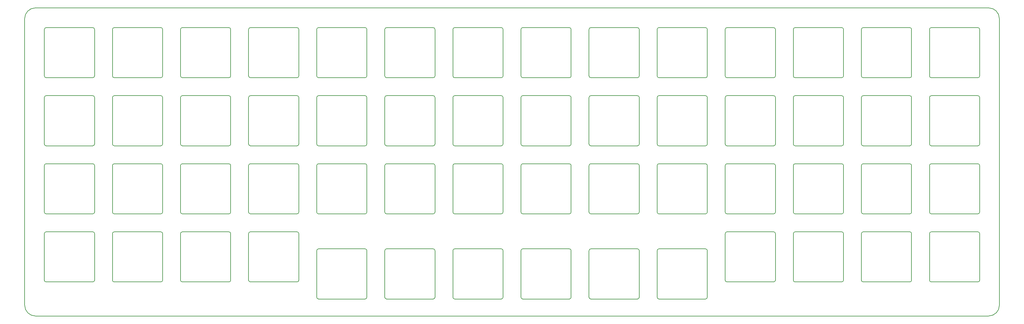
<source format=gko>
G04 #@! TF.GenerationSoftware,KiCad,Pcbnew,(5.0.2-4-g3082e92af)*
G04 #@! TF.CreationDate,2019-03-02T21:10:19+01:00*
G04 #@! TF.ProjectId,ortho56,6f727468-6f35-4362-9e6b-696361645f70,rev?*
G04 #@! TF.SameCoordinates,Original*
G04 #@! TF.FileFunction,Profile,NP*
%FSLAX46Y46*%
G04 Gerber Fmt 4.6, Leading zero omitted, Abs format (unit mm)*
G04 Created by KiCad (PCBNEW (5.0.2-4-g3082e92af)) date 2019 March 02, Saturday 21:10:19*
%MOMM*%
%LPD*%
G01*
G04 APERTURE LIST*
%ADD10C,0.150000*%
%ADD11C,0.200000*%
G04 APERTURE END LIST*
D10*
X15832500Y-17771250D02*
X281832500Y-17771250D01*
X12832500Y-100771250D02*
X12832500Y-20771250D01*
X281832500Y-103771250D02*
X15832500Y-103771250D01*
X284832500Y-20771250D02*
X284832500Y-100771250D01*
X12832500Y-20771250D02*
G75*
G02X15832500Y-17771250I3000000J0D01*
G01*
X281832500Y-17771250D02*
G75*
G02X284832500Y-20771250I0J-3000000D01*
G01*
X15832500Y-103771250D02*
G75*
G02X12832500Y-100771250I0J3000000D01*
G01*
X284832500Y-100771250D02*
G75*
G02X281832500Y-103771250I-3000000J0D01*
G01*
D11*
X89332500Y-36771250D02*
G75*
G02X88832500Y-37271250I-500000J0D01*
G01*
X75832500Y-37271250D02*
G75*
G02X75332500Y-36771250I0J500000D01*
G01*
X18332500Y-23771250D02*
X18332500Y-36771250D01*
X89332500Y-55771250D02*
G75*
G02X88832500Y-56271250I-500000J0D01*
G01*
X75832500Y-56271250D02*
G75*
G02X75332500Y-55771250I0J500000D01*
G01*
X88832500Y-42271250D02*
G75*
G02X89332500Y-42771250I0J-500000D01*
G01*
X75332500Y-42771250D02*
G75*
G02X75832500Y-42271250I500000J0D01*
G01*
X89332500Y-42771250D02*
X89332500Y-55771250D01*
X75332500Y-42771250D02*
X75332500Y-55771250D01*
X75832500Y-56271250D02*
X88832500Y-56271250D01*
X75832500Y-42271250D02*
X88832500Y-42271250D01*
X70332500Y-55771250D02*
G75*
G02X69832500Y-56271250I-500000J0D01*
G01*
X56832500Y-56271250D02*
G75*
G02X56332500Y-55771250I0J500000D01*
G01*
X69832500Y-42271250D02*
G75*
G02X70332500Y-42771250I0J-500000D01*
G01*
X56332500Y-42771250D02*
G75*
G02X56832500Y-42271250I500000J0D01*
G01*
X70332500Y-42771250D02*
X70332500Y-55771250D01*
X56332500Y-42771250D02*
X56332500Y-55771250D01*
X56832500Y-56271250D02*
X69832500Y-56271250D01*
X56332500Y-61771250D02*
X56332500Y-74771250D01*
X56832500Y-75271250D02*
X69832500Y-75271250D01*
X37832500Y-75271250D02*
X50832500Y-75271250D01*
X37832500Y-61271250D02*
X50832500Y-61271250D01*
X56832500Y-23271250D02*
X69832500Y-23271250D01*
X113832500Y-37271250D02*
X126832500Y-37271250D01*
X113832500Y-23271250D02*
X126832500Y-23271250D01*
X31832500Y-61271250D02*
G75*
G02X32332500Y-61771250I0J-500000D01*
G01*
X37332500Y-61771250D02*
G75*
G02X37832500Y-61271250I500000J0D01*
G01*
X32332500Y-74771250D02*
G75*
G02X31832500Y-75271250I-500000J0D01*
G01*
X37332500Y-61771250D02*
X37332500Y-74771250D01*
X37832500Y-75271250D02*
G75*
G02X37332500Y-74771250I0J500000D01*
G01*
X18832500Y-37271250D02*
G75*
G02X18332500Y-36771250I0J500000D01*
G01*
X18832500Y-37271250D02*
X31832500Y-37271250D01*
X37332500Y-23771250D02*
X37332500Y-36771250D01*
X94832500Y-37271250D02*
X107832500Y-37271250D01*
X94832500Y-23271250D02*
X107832500Y-23271250D01*
X108332500Y-36771250D02*
G75*
G02X107832500Y-37271250I-500000J0D01*
G01*
X94832500Y-37271250D02*
G75*
G02X94332500Y-36771250I0J500000D01*
G01*
X37332500Y-23771250D02*
G75*
G02X37832500Y-23271250I500000J0D01*
G01*
X89332500Y-23771250D02*
X89332500Y-36771250D01*
X75332500Y-23771250D02*
X75332500Y-36771250D01*
X37832500Y-42271250D02*
X50832500Y-42271250D01*
X32332500Y-55771250D02*
G75*
G02X31832500Y-56271250I-500000J0D01*
G01*
X18832500Y-56271250D02*
G75*
G02X18332500Y-55771250I0J500000D01*
G01*
X31832500Y-42271250D02*
G75*
G02X32332500Y-42771250I0J-500000D01*
G01*
X18332500Y-42771250D02*
G75*
G02X18832500Y-42271250I500000J0D01*
G01*
X32332500Y-42771250D02*
X32332500Y-55771250D01*
X18332500Y-42771250D02*
X18332500Y-55771250D01*
X18832500Y-56271250D02*
X31832500Y-56271250D01*
X18832500Y-42271250D02*
X31832500Y-42271250D01*
X279332500Y-36771250D02*
G75*
G02X278832500Y-37271250I-500000J0D01*
G01*
X265832500Y-37271250D02*
G75*
G02X265332500Y-36771250I0J500000D01*
G01*
X278832500Y-23271250D02*
G75*
G02X279332500Y-23771250I0J-500000D01*
G01*
X265332500Y-23771250D02*
G75*
G02X265832500Y-23271250I500000J0D01*
G01*
X279332500Y-23771250D02*
X279332500Y-36771250D01*
X265332500Y-23771250D02*
X265332500Y-36771250D01*
X265832500Y-37271250D02*
X278832500Y-37271250D01*
X265832500Y-23271250D02*
X278832500Y-23271250D01*
X260332500Y-36771250D02*
G75*
G02X259832500Y-37271250I-500000J0D01*
G01*
X246832500Y-37271250D02*
G75*
G02X246332500Y-36771250I0J500000D01*
G01*
X259832500Y-23271250D02*
G75*
G02X260332500Y-23771250I0J-500000D01*
G01*
X246332500Y-23771250D02*
G75*
G02X246832500Y-23271250I500000J0D01*
G01*
X260332500Y-23771250D02*
X260332500Y-36771250D01*
X246332500Y-23771250D02*
X246332500Y-36771250D01*
X246832500Y-37271250D02*
X259832500Y-37271250D01*
X246832500Y-23271250D02*
X259832500Y-23271250D01*
X241332500Y-36771250D02*
G75*
G02X240832500Y-37271250I-500000J0D01*
G01*
X227832500Y-37271250D02*
G75*
G02X227332500Y-36771250I0J500000D01*
G01*
X240832500Y-23271250D02*
G75*
G02X241332500Y-23771250I0J-500000D01*
G01*
X227332500Y-23771250D02*
G75*
G02X227832500Y-23271250I500000J0D01*
G01*
X241332500Y-23771250D02*
X241332500Y-36771250D01*
X227332500Y-23771250D02*
X227332500Y-36771250D01*
X227832500Y-37271250D02*
X240832500Y-37271250D01*
X227832500Y-23271250D02*
X240832500Y-23271250D01*
X222332500Y-36771250D02*
G75*
G02X221832500Y-37271250I-500000J0D01*
G01*
X208832500Y-37271250D02*
G75*
G02X208332500Y-36771250I0J500000D01*
G01*
X221832500Y-23271250D02*
G75*
G02X222332500Y-23771250I0J-500000D01*
G01*
X208332500Y-23771250D02*
G75*
G02X208832500Y-23271250I500000J0D01*
G01*
X222332500Y-23771250D02*
X222332500Y-36771250D01*
X208332500Y-23771250D02*
X208332500Y-36771250D01*
X208832500Y-37271250D02*
X221832500Y-37271250D01*
X208832500Y-23271250D02*
X221832500Y-23271250D01*
X203332500Y-36771250D02*
G75*
G02X202832500Y-37271250I-500000J0D01*
G01*
X189832500Y-37271250D02*
G75*
G02X189332500Y-36771250I0J500000D01*
G01*
X202832500Y-23271250D02*
G75*
G02X203332500Y-23771250I0J-500000D01*
G01*
X189332500Y-23771250D02*
G75*
G02X189832500Y-23271250I500000J0D01*
G01*
X203332500Y-23771250D02*
X203332500Y-36771250D01*
X189332500Y-23771250D02*
X189332500Y-36771250D01*
X189832500Y-37271250D02*
X202832500Y-37271250D01*
X189832500Y-23271250D02*
X202832500Y-23271250D01*
X184332500Y-36771250D02*
G75*
G02X183832500Y-37271250I-500000J0D01*
G01*
X170832500Y-37271250D02*
G75*
G02X170332500Y-36771250I0J500000D01*
G01*
X183832500Y-23271250D02*
G75*
G02X184332500Y-23771250I0J-500000D01*
G01*
X170332500Y-23771250D02*
G75*
G02X170832500Y-23271250I500000J0D01*
G01*
X184332500Y-23771250D02*
X184332500Y-36771250D01*
X170332500Y-23771250D02*
X170332500Y-36771250D01*
X170832500Y-37271250D02*
X183832500Y-37271250D01*
X170832500Y-23271250D02*
X183832500Y-23271250D01*
X165332500Y-36771250D02*
G75*
G02X164832500Y-37271250I-500000J0D01*
G01*
X151832500Y-37271250D02*
G75*
G02X151332500Y-36771250I0J500000D01*
G01*
X164832500Y-23271250D02*
G75*
G02X165332500Y-23771250I0J-500000D01*
G01*
X151332500Y-23771250D02*
G75*
G02X151832500Y-23271250I500000J0D01*
G01*
X165332500Y-23771250D02*
X165332500Y-36771250D01*
X151332500Y-23771250D02*
X151332500Y-36771250D01*
X151832500Y-37271250D02*
X164832500Y-37271250D01*
X151832500Y-23271250D02*
X164832500Y-23271250D01*
X146332500Y-36771250D02*
G75*
G02X145832500Y-37271250I-500000J0D01*
G01*
X132832500Y-37271250D02*
G75*
G02X132332500Y-36771250I0J500000D01*
G01*
X145832500Y-23271250D02*
G75*
G02X146332500Y-23771250I0J-500000D01*
G01*
X132332500Y-23771250D02*
G75*
G02X132832500Y-23271250I500000J0D01*
G01*
X37832500Y-23271250D02*
X50832500Y-23271250D01*
X37832500Y-37271250D02*
X50832500Y-37271250D01*
X88832500Y-23271250D02*
G75*
G02X89332500Y-23771250I0J-500000D01*
G01*
X75332500Y-23771250D02*
G75*
G02X75832500Y-23271250I500000J0D01*
G01*
X50832500Y-23271250D02*
G75*
G02X51332500Y-23771250I0J-500000D01*
G01*
X51332500Y-23771250D02*
X51332500Y-36771250D01*
X37832500Y-37271250D02*
G75*
G02X37332500Y-36771250I0J500000D01*
G01*
X126832500Y-23271250D02*
G75*
G02X127332500Y-23771250I0J-500000D01*
G01*
X113332500Y-23771250D02*
G75*
G02X113832500Y-23271250I500000J0D01*
G01*
X56332500Y-23771250D02*
X56332500Y-36771250D01*
X70332500Y-36771250D02*
G75*
G02X69832500Y-37271250I-500000J0D01*
G01*
X56832500Y-37271250D02*
G75*
G02X56332500Y-36771250I0J500000D01*
G01*
X32332500Y-36771250D02*
G75*
G02X31832500Y-37271250I-500000J0D01*
G01*
X260332500Y-55771250D02*
G75*
G02X259832500Y-56271250I-500000J0D01*
G01*
X246832500Y-56271250D02*
G75*
G02X246332500Y-55771250I0J500000D01*
G01*
X259832500Y-42271250D02*
G75*
G02X260332500Y-42771250I0J-500000D01*
G01*
X246332500Y-42771250D02*
G75*
G02X246832500Y-42271250I500000J0D01*
G01*
X146332500Y-23771250D02*
X146332500Y-36771250D01*
X132332500Y-23771250D02*
X132332500Y-36771250D01*
X279332500Y-42771250D02*
X279332500Y-55771250D01*
X265332500Y-42771250D02*
X265332500Y-55771250D01*
X265832500Y-56271250D02*
X278832500Y-56271250D01*
X265832500Y-42271250D02*
X278832500Y-42271250D01*
X260332500Y-42771250D02*
X260332500Y-55771250D01*
X246332500Y-42771250D02*
X246332500Y-55771250D01*
X246832500Y-56271250D02*
X259832500Y-56271250D01*
X246832500Y-42271250D02*
X259832500Y-42271250D01*
X241332500Y-55771250D02*
G75*
G02X240832500Y-56271250I-500000J0D01*
G01*
X227832500Y-56271250D02*
G75*
G02X227332500Y-55771250I0J500000D01*
G01*
X240832500Y-42271250D02*
G75*
G02X241332500Y-42771250I0J-500000D01*
G01*
X227332500Y-42771250D02*
G75*
G02X227832500Y-42271250I500000J0D01*
G01*
X241332500Y-42771250D02*
X241332500Y-55771250D01*
X227332500Y-42771250D02*
X227332500Y-55771250D01*
X227832500Y-56271250D02*
X240832500Y-56271250D01*
X227832500Y-42271250D02*
X240832500Y-42271250D01*
X222332500Y-55771250D02*
G75*
G02X221832500Y-56271250I-500000J0D01*
G01*
X208832500Y-56271250D02*
G75*
G02X208332500Y-55771250I0J500000D01*
G01*
X221832500Y-42271250D02*
G75*
G02X222332500Y-42771250I0J-500000D01*
G01*
X208332500Y-42771250D02*
G75*
G02X208832500Y-42271250I500000J0D01*
G01*
X222332500Y-42771250D02*
X222332500Y-55771250D01*
X208332500Y-42771250D02*
X208332500Y-55771250D01*
X208832500Y-56271250D02*
X221832500Y-56271250D01*
X208832500Y-42271250D02*
X221832500Y-42271250D01*
X203332500Y-55771250D02*
G75*
G02X202832500Y-56271250I-500000J0D01*
G01*
X189832500Y-56271250D02*
G75*
G02X189332500Y-55771250I0J500000D01*
G01*
X202832500Y-42271250D02*
G75*
G02X203332500Y-42771250I0J-500000D01*
G01*
X189332500Y-42771250D02*
G75*
G02X189832500Y-42271250I500000J0D01*
G01*
X203332500Y-42771250D02*
X203332500Y-55771250D01*
X189332500Y-42771250D02*
X189332500Y-55771250D01*
X189832500Y-56271250D02*
X202832500Y-56271250D01*
X189832500Y-42271250D02*
X202832500Y-42271250D01*
X184332500Y-55771250D02*
G75*
G02X183832500Y-56271250I-500000J0D01*
G01*
X170832500Y-56271250D02*
G75*
G02X170332500Y-55771250I0J500000D01*
G01*
X183832500Y-42271250D02*
G75*
G02X184332500Y-42771250I0J-500000D01*
G01*
X170332500Y-42771250D02*
G75*
G02X170832500Y-42271250I500000J0D01*
G01*
X184332500Y-42771250D02*
X184332500Y-55771250D01*
X170332500Y-42771250D02*
X170332500Y-55771250D01*
X170832500Y-56271250D02*
X183832500Y-56271250D01*
X170832500Y-42271250D02*
X183832500Y-42271250D01*
X165332500Y-55771250D02*
G75*
G02X164832500Y-56271250I-500000J0D01*
G01*
X151832500Y-56271250D02*
G75*
G02X151332500Y-55771250I0J500000D01*
G01*
X164832500Y-42271250D02*
G75*
G02X165332500Y-42771250I0J-500000D01*
G01*
X75832500Y-37271250D02*
X88832500Y-37271250D01*
X75832500Y-23271250D02*
X88832500Y-23271250D01*
X56332500Y-23771250D02*
G75*
G02X56832500Y-23271250I500000J0D01*
G01*
X69832500Y-23271250D02*
G75*
G02X70332500Y-23771250I0J-500000D01*
G01*
X113832500Y-85021250D02*
X126832500Y-85021250D01*
X108332500Y-98521250D02*
G75*
G02X107832500Y-99021250I-500000J0D01*
G01*
X94832500Y-99021250D02*
G75*
G02X94332500Y-98521250I0J500000D01*
G01*
X107832500Y-85021250D02*
G75*
G02X108332500Y-85521250I0J-500000D01*
G01*
X94332500Y-85521250D02*
G75*
G02X94832500Y-85021250I500000J0D01*
G01*
X108332500Y-85521250D02*
X108332500Y-98521250D01*
X94332500Y-85521250D02*
X94332500Y-98521250D01*
X94832500Y-99021250D02*
X107832500Y-99021250D01*
X94832500Y-85021250D02*
X107832500Y-85021250D01*
X279332500Y-93771250D02*
G75*
G02X278832500Y-94271250I-500000J0D01*
G01*
X265832500Y-94271250D02*
G75*
G02X265332500Y-93771250I0J500000D01*
G01*
X278832500Y-80271250D02*
G75*
G02X279332500Y-80771250I0J-500000D01*
G01*
X18332500Y-23771250D02*
G75*
G02X18832500Y-23271250I500000J0D01*
G01*
X132832500Y-37271250D02*
X145832500Y-37271250D01*
X132832500Y-23271250D02*
X145832500Y-23271250D01*
X132832500Y-99021250D02*
G75*
G02X132332500Y-98521250I0J500000D01*
G01*
X145832500Y-85021250D02*
G75*
G02X146332500Y-85521250I0J-500000D01*
G01*
X132332500Y-85521250D02*
G75*
G02X132832500Y-85021250I500000J0D01*
G01*
X113332500Y-42771250D02*
G75*
G02X113832500Y-42271250I500000J0D01*
G01*
X127332500Y-42771250D02*
X127332500Y-55771250D01*
X113332500Y-42771250D02*
X113332500Y-55771250D01*
X113832500Y-56271250D02*
X126832500Y-56271250D01*
X113832500Y-42271250D02*
X126832500Y-42271250D01*
X127332500Y-85521250D02*
X127332500Y-98521250D01*
X113332500Y-85521250D02*
X113332500Y-98521250D01*
X113832500Y-99021250D02*
X126832500Y-99021250D01*
X127332500Y-36771250D02*
G75*
G02X126832500Y-37271250I-500000J0D01*
G01*
X113832500Y-37271250D02*
G75*
G02X113332500Y-36771250I0J500000D01*
G01*
X51332500Y-36771250D02*
G75*
G02X50832500Y-37271250I-500000J0D01*
G01*
X32332500Y-23771250D02*
X32332500Y-36771250D01*
X151832500Y-56271250D02*
X164832500Y-56271250D01*
X151832500Y-42271250D02*
X164832500Y-42271250D01*
X146332500Y-55771250D02*
G75*
G02X145832500Y-56271250I-500000J0D01*
G01*
X132832500Y-56271250D02*
G75*
G02X132332500Y-55771250I0J500000D01*
G01*
X108332500Y-23771250D02*
X108332500Y-36771250D01*
X94332500Y-23771250D02*
X94332500Y-36771250D01*
X132832500Y-85021250D02*
X145832500Y-85021250D01*
X127332500Y-98521250D02*
G75*
G02X126832500Y-99021250I-500000J0D01*
G01*
X113832500Y-99021250D02*
G75*
G02X113332500Y-98521250I0J500000D01*
G01*
X126832500Y-85021250D02*
G75*
G02X127332500Y-85521250I0J-500000D01*
G01*
X113332500Y-85521250D02*
G75*
G02X113832500Y-85021250I500000J0D01*
G01*
X56832500Y-42271250D02*
X69832500Y-42271250D01*
X51332500Y-55771250D02*
G75*
G02X50832500Y-56271250I-500000J0D01*
G01*
X37832500Y-56271250D02*
G75*
G02X37332500Y-55771250I0J500000D01*
G01*
X50832500Y-42271250D02*
G75*
G02X51332500Y-42771250I0J-500000D01*
G01*
X37332500Y-42771250D02*
G75*
G02X37832500Y-42271250I500000J0D01*
G01*
X51332500Y-42771250D02*
X51332500Y-55771250D01*
X37332500Y-42771250D02*
X37332500Y-55771250D01*
X37832500Y-56271250D02*
X50832500Y-56271250D01*
X132332500Y-42771250D02*
X132332500Y-55771250D01*
X132832500Y-56271250D02*
X145832500Y-56271250D01*
X132832500Y-42271250D02*
X145832500Y-42271250D01*
X127332500Y-55771250D02*
G75*
G02X126832500Y-56271250I-500000J0D01*
G01*
X113832500Y-56271250D02*
G75*
G02X113332500Y-55771250I0J500000D01*
G01*
X126832500Y-42271250D02*
G75*
G02X127332500Y-42771250I0J-500000D01*
G01*
X108332500Y-55771250D02*
G75*
G02X107832500Y-56271250I-500000J0D01*
G01*
X94832500Y-56271250D02*
G75*
G02X94332500Y-55771250I0J500000D01*
G01*
X107832500Y-42271250D02*
G75*
G02X108332500Y-42771250I0J-500000D01*
G01*
X94332500Y-42771250D02*
G75*
G02X94832500Y-42271250I500000J0D01*
G01*
X108332500Y-42771250D02*
X108332500Y-55771250D01*
X94332500Y-42771250D02*
X94332500Y-55771250D01*
X94832500Y-56271250D02*
X107832500Y-56271250D01*
X94832500Y-42271250D02*
X107832500Y-42271250D01*
X107832500Y-23271250D02*
G75*
G02X108332500Y-23771250I0J-500000D01*
G01*
X94332500Y-23771250D02*
G75*
G02X94832500Y-23271250I500000J0D01*
G01*
X70332500Y-23771250D02*
X70332500Y-36771250D01*
X146332500Y-85521250D02*
X146332500Y-98521250D01*
X132332500Y-85521250D02*
X132332500Y-98521250D01*
X132832500Y-99021250D02*
X145832500Y-99021250D01*
X56832500Y-37271250D02*
X69832500Y-37271250D01*
X127332500Y-23771250D02*
X127332500Y-36771250D01*
X113332500Y-23771250D02*
X113332500Y-36771250D01*
X151832500Y-99021250D02*
X164832500Y-99021250D01*
X151832500Y-85021250D02*
X164832500Y-85021250D01*
X146332500Y-98521250D02*
G75*
G02X145832500Y-99021250I-500000J0D01*
G01*
X151332500Y-42771250D02*
G75*
G02X151832500Y-42271250I500000J0D01*
G01*
X165332500Y-42771250D02*
X165332500Y-55771250D01*
X151332500Y-42771250D02*
X151332500Y-55771250D01*
X189332500Y-85521250D02*
G75*
G02X189832500Y-85021250I500000J0D01*
G01*
X203332500Y-85521250D02*
X203332500Y-98521250D01*
X189332500Y-85521250D02*
X189332500Y-98521250D01*
X189832500Y-99021250D02*
X202832500Y-99021250D01*
X189832500Y-85021250D02*
X202832500Y-85021250D01*
X184332500Y-98521250D02*
G75*
G02X183832500Y-99021250I-500000J0D01*
G01*
X170832500Y-99021250D02*
G75*
G02X170332500Y-98521250I0J500000D01*
G01*
X183832500Y-85021250D02*
G75*
G02X184332500Y-85521250I0J-500000D01*
G01*
X170332500Y-85521250D02*
G75*
G02X170832500Y-85021250I500000J0D01*
G01*
X184332500Y-85521250D02*
X184332500Y-98521250D01*
X170332500Y-85521250D02*
X170332500Y-98521250D01*
X170832500Y-99021250D02*
X183832500Y-99021250D01*
X170832500Y-85021250D02*
X183832500Y-85021250D01*
X165332500Y-98521250D02*
G75*
G02X164832500Y-99021250I-500000J0D01*
G01*
X151832500Y-99021250D02*
G75*
G02X151332500Y-98521250I0J500000D01*
G01*
X164832500Y-85021250D02*
G75*
G02X165332500Y-85521250I0J-500000D01*
G01*
X18832500Y-23271250D02*
X31832500Y-23271250D01*
X145832500Y-42271250D02*
G75*
G02X146332500Y-42771250I0J-500000D01*
G01*
X132332500Y-42771250D02*
G75*
G02X132832500Y-42271250I500000J0D01*
G01*
X146332500Y-42771250D02*
X146332500Y-55771250D01*
X203332500Y-98521250D02*
G75*
G02X202832500Y-99021250I-500000J0D01*
G01*
X189832500Y-99021250D02*
G75*
G02X189332500Y-98521250I0J500000D01*
G01*
X202832500Y-85021250D02*
G75*
G02X203332500Y-85521250I0J-500000D01*
G01*
X151332500Y-85521250D02*
G75*
G02X151832500Y-85021250I500000J0D01*
G01*
X165332500Y-85521250D02*
X165332500Y-98521250D01*
X151332500Y-85521250D02*
X151332500Y-98521250D01*
X56832500Y-61271250D02*
X69832500Y-61271250D01*
X51332500Y-74771250D02*
G75*
G02X50832500Y-75271250I-500000J0D01*
G01*
X18332500Y-61771250D02*
G75*
G02X18832500Y-61271250I500000J0D01*
G01*
X18832500Y-75271250D02*
X31832500Y-75271250D01*
X89332500Y-93771250D02*
G75*
G02X88832500Y-94271250I-500000J0D01*
G01*
X75832500Y-94271250D02*
G75*
G02X75332500Y-93771250I0J500000D01*
G01*
X88832500Y-80271250D02*
G75*
G02X89332500Y-80771250I0J-500000D01*
G01*
X75332500Y-80771250D02*
G75*
G02X75832500Y-80271250I500000J0D01*
G01*
X89332500Y-80771250D02*
X89332500Y-93771250D01*
X75332500Y-80771250D02*
X75332500Y-93771250D01*
X75832500Y-94271250D02*
X88832500Y-94271250D01*
X75832500Y-80271250D02*
X88832500Y-80271250D01*
X70332500Y-93771250D02*
G75*
G02X69832500Y-94271250I-500000J0D01*
G01*
X56832500Y-94271250D02*
G75*
G02X56332500Y-93771250I0J500000D01*
G01*
X69832500Y-80271250D02*
G75*
G02X70332500Y-80771250I0J-500000D01*
G01*
X56332500Y-80771250D02*
G75*
G02X56832500Y-80271250I500000J0D01*
G01*
X70332500Y-80771250D02*
X70332500Y-93771250D01*
X56332500Y-80771250D02*
X56332500Y-93771250D01*
X56832500Y-94271250D02*
X69832500Y-94271250D01*
X56832500Y-80271250D02*
X69832500Y-80271250D01*
X51332500Y-93771250D02*
G75*
G02X50832500Y-94271250I-500000J0D01*
G01*
X37832500Y-94271250D02*
G75*
G02X37332500Y-93771250I0J500000D01*
G01*
X50832500Y-80271250D02*
G75*
G02X51332500Y-80771250I0J-500000D01*
G01*
X37332500Y-80771250D02*
G75*
G02X37832500Y-80271250I500000J0D01*
G01*
X51332500Y-80771250D02*
X51332500Y-93771250D01*
X37332500Y-80771250D02*
X37332500Y-93771250D01*
X37832500Y-94271250D02*
X50832500Y-94271250D01*
X37832500Y-80271250D02*
X50832500Y-80271250D01*
X170832500Y-75271250D02*
G75*
G02X170332500Y-74771250I0J500000D01*
G01*
X183832500Y-61271250D02*
G75*
G02X184332500Y-61771250I0J-500000D01*
G01*
X170332500Y-61771250D02*
G75*
G02X170832500Y-61271250I500000J0D01*
G01*
X184332500Y-61771250D02*
X184332500Y-74771250D01*
X208832500Y-94271250D02*
G75*
G02X208332500Y-93771250I0J500000D01*
G01*
X221832500Y-80271250D02*
G75*
G02X222332500Y-80771250I0J-500000D01*
G01*
X208332500Y-80771250D02*
G75*
G02X208832500Y-80271250I500000J0D01*
G01*
X222332500Y-80771250D02*
X222332500Y-93771250D01*
X208332500Y-80771250D02*
X208332500Y-93771250D01*
X208832500Y-94271250D02*
X221832500Y-94271250D01*
X208832500Y-80271250D02*
X221832500Y-80271250D01*
X32332500Y-61771250D02*
X32332500Y-74771250D01*
X126832500Y-61271250D02*
G75*
G02X127332500Y-61771250I0J-500000D01*
G01*
X113332500Y-61771250D02*
G75*
G02X113832500Y-61271250I500000J0D01*
G01*
X127332500Y-61771250D02*
X127332500Y-74771250D01*
X113332500Y-61771250D02*
X113332500Y-74771250D01*
X113832500Y-75271250D02*
X126832500Y-75271250D01*
X113832500Y-61271250D02*
X126832500Y-61271250D01*
X108332500Y-74771250D02*
G75*
G02X107832500Y-75271250I-500000J0D01*
G01*
X94832500Y-75271250D02*
G75*
G02X94332500Y-74771250I0J500000D01*
G01*
X107832500Y-61271250D02*
G75*
G02X108332500Y-61771250I0J-500000D01*
G01*
X94332500Y-61771250D02*
G75*
G02X94832500Y-61271250I500000J0D01*
G01*
X108332500Y-61771250D02*
X108332500Y-74771250D01*
X94332500Y-61771250D02*
X94332500Y-74771250D01*
X94832500Y-75271250D02*
X107832500Y-75271250D01*
X94832500Y-61271250D02*
X107832500Y-61271250D01*
X89332500Y-74771250D02*
G75*
G02X88832500Y-75271250I-500000J0D01*
G01*
X132332500Y-61771250D02*
G75*
G02X132832500Y-61271250I500000J0D01*
G01*
X146332500Y-61771250D02*
X146332500Y-74771250D01*
X132332500Y-61771250D02*
X132332500Y-74771250D01*
X132832500Y-75271250D02*
X145832500Y-75271250D01*
X132832500Y-61271250D02*
X145832500Y-61271250D01*
X127332500Y-74771250D02*
G75*
G02X126832500Y-75271250I-500000J0D01*
G01*
X113832500Y-75271250D02*
G75*
G02X113332500Y-74771250I0J500000D01*
G01*
X265832500Y-56271250D02*
G75*
G02X265332500Y-55771250I0J500000D01*
G01*
X75832500Y-61271250D02*
X88832500Y-61271250D01*
X70332500Y-74771250D02*
G75*
G02X69832500Y-75271250I-500000J0D01*
G01*
X151332500Y-61771250D02*
X151332500Y-74771250D01*
X151832500Y-75271250D02*
X164832500Y-75271250D01*
X151832500Y-61271250D02*
X164832500Y-61271250D01*
X146332500Y-74771250D02*
G75*
G02X145832500Y-75271250I-500000J0D01*
G01*
X132832500Y-75271250D02*
G75*
G02X132332500Y-74771250I0J500000D01*
G01*
X145832500Y-61271250D02*
G75*
G02X146332500Y-61771250I0J-500000D01*
G01*
X75332500Y-61771250D02*
X75332500Y-74771250D01*
X75832500Y-75271250D02*
X88832500Y-75271250D01*
X18832500Y-75271250D02*
G75*
G02X18332500Y-74771250I0J500000D01*
G01*
X265332500Y-42771250D02*
G75*
G02X265832500Y-42271250I500000J0D01*
G01*
X56832500Y-75271250D02*
G75*
G02X56332500Y-74771250I0J500000D01*
G01*
X69832500Y-61271250D02*
G75*
G02X70332500Y-61771250I0J-500000D01*
G01*
X50832500Y-61271250D02*
G75*
G02X51332500Y-61771250I0J-500000D01*
G01*
X75332500Y-61771250D02*
G75*
G02X75832500Y-61271250I500000J0D01*
G01*
X89332500Y-61771250D02*
X89332500Y-74771250D01*
X31832500Y-23271250D02*
G75*
G02X32332500Y-23771250I0J-500000D01*
G01*
X18332500Y-61771250D02*
X18332500Y-74771250D01*
X75832500Y-75271250D02*
G75*
G02X75332500Y-74771250I0J500000D01*
G01*
X88832500Y-61271250D02*
G75*
G02X89332500Y-61771250I0J-500000D01*
G01*
X227832500Y-94271250D02*
X240832500Y-94271250D01*
X227832500Y-80271250D02*
X240832500Y-80271250D01*
X222332500Y-93771250D02*
G75*
G02X221832500Y-94271250I-500000J0D01*
G01*
X278832500Y-42271250D02*
G75*
G02X279332500Y-42771250I0J-500000D01*
G01*
X279332500Y-55771250D02*
G75*
G02X278832500Y-56271250I-500000J0D01*
G01*
X56332500Y-61771250D02*
G75*
G02X56832500Y-61271250I500000J0D01*
G01*
X70332500Y-61771250D02*
X70332500Y-74771250D01*
X18832500Y-61271250D02*
X31832500Y-61271250D01*
X265332500Y-80771250D02*
G75*
G02X265832500Y-80271250I500000J0D01*
G01*
X279332500Y-80771250D02*
X279332500Y-93771250D01*
X265332500Y-80771250D02*
X265332500Y-93771250D01*
X265832500Y-94271250D02*
X278832500Y-94271250D01*
X265832500Y-80271250D02*
X278832500Y-80271250D01*
X260332500Y-93771250D02*
G75*
G02X259832500Y-94271250I-500000J0D01*
G01*
X246832500Y-94271250D02*
G75*
G02X246332500Y-93771250I0J500000D01*
G01*
X259832500Y-80271250D02*
G75*
G02X260332500Y-80771250I0J-500000D01*
G01*
X246332500Y-80771250D02*
G75*
G02X246832500Y-80271250I500000J0D01*
G01*
X260332500Y-80771250D02*
X260332500Y-93771250D01*
X246332500Y-80771250D02*
X246332500Y-93771250D01*
X246832500Y-94271250D02*
X259832500Y-94271250D01*
X246832500Y-80271250D02*
X259832500Y-80271250D01*
X241332500Y-93771250D02*
G75*
G02X240832500Y-94271250I-500000J0D01*
G01*
X227832500Y-94271250D02*
G75*
G02X227332500Y-93771250I0J500000D01*
G01*
X240832500Y-80271250D02*
G75*
G02X241332500Y-80771250I0J-500000D01*
G01*
X227332500Y-80771250D02*
G75*
G02X227832500Y-80271250I500000J0D01*
G01*
X241332500Y-80771250D02*
X241332500Y-93771250D01*
X227332500Y-80771250D02*
X227332500Y-93771250D01*
X51332500Y-61771250D02*
X51332500Y-74771250D01*
X170332500Y-61771250D02*
X170332500Y-74771250D01*
X170832500Y-75271250D02*
X183832500Y-75271250D01*
X170832500Y-61271250D02*
X183832500Y-61271250D01*
X165332500Y-74771250D02*
G75*
G02X164832500Y-75271250I-500000J0D01*
G01*
X151832500Y-75271250D02*
G75*
G02X151332500Y-74771250I0J500000D01*
G01*
X164832500Y-61271250D02*
G75*
G02X165332500Y-61771250I0J-500000D01*
G01*
X151332500Y-61771250D02*
G75*
G02X151832500Y-61271250I500000J0D01*
G01*
X165332500Y-61771250D02*
X165332500Y-74771250D01*
X279332500Y-74771250D02*
G75*
G02X278832500Y-75271250I-500000J0D01*
G01*
X265832500Y-75271250D02*
G75*
G02X265332500Y-74771250I0J500000D01*
G01*
X278832500Y-61271250D02*
G75*
G02X279332500Y-61771250I0J-500000D01*
G01*
X265332500Y-61771250D02*
G75*
G02X265832500Y-61271250I500000J0D01*
G01*
X279332500Y-61771250D02*
X279332500Y-74771250D01*
X265332500Y-61771250D02*
X265332500Y-74771250D01*
X265832500Y-75271250D02*
X278832500Y-75271250D01*
X265832500Y-61271250D02*
X278832500Y-61271250D01*
X260332500Y-74771250D02*
G75*
G02X259832500Y-75271250I-500000J0D01*
G01*
X246832500Y-75271250D02*
G75*
G02X246332500Y-74771250I0J500000D01*
G01*
X259832500Y-61271250D02*
G75*
G02X260332500Y-61771250I0J-500000D01*
G01*
X246332500Y-61771250D02*
G75*
G02X246832500Y-61271250I500000J0D01*
G01*
X260332500Y-61771250D02*
X260332500Y-74771250D01*
X246332500Y-61771250D02*
X246332500Y-74771250D01*
X246832500Y-75271250D02*
X259832500Y-75271250D01*
X246832500Y-61271250D02*
X259832500Y-61271250D01*
X241332500Y-74771250D02*
G75*
G02X240832500Y-75271250I-500000J0D01*
G01*
X227832500Y-75271250D02*
G75*
G02X227332500Y-74771250I0J500000D01*
G01*
X240832500Y-61271250D02*
G75*
G02X241332500Y-61771250I0J-500000D01*
G01*
X227332500Y-61771250D02*
G75*
G02X227832500Y-61271250I500000J0D01*
G01*
X241332500Y-61771250D02*
X241332500Y-74771250D01*
X227332500Y-61771250D02*
X227332500Y-74771250D01*
X227832500Y-75271250D02*
X240832500Y-75271250D01*
X227832500Y-61271250D02*
X240832500Y-61271250D01*
X32332500Y-93771250D02*
G75*
G02X31832500Y-94271250I-500000J0D01*
G01*
X18832500Y-94271250D02*
G75*
G02X18332500Y-93771250I0J500000D01*
G01*
X31832500Y-80271250D02*
G75*
G02X32332500Y-80771250I0J-500000D01*
G01*
X18332500Y-80771250D02*
G75*
G02X18832500Y-80271250I500000J0D01*
G01*
X32332500Y-80771250D02*
X32332500Y-93771250D01*
X18332500Y-80771250D02*
X18332500Y-93771250D01*
X18832500Y-94271250D02*
X31832500Y-94271250D01*
X18832500Y-80271250D02*
X31832500Y-80271250D01*
X222332500Y-74771250D02*
G75*
G02X221832500Y-75271250I-500000J0D01*
G01*
X208832500Y-75271250D02*
G75*
G02X208332500Y-74771250I0J500000D01*
G01*
X221832500Y-61271250D02*
G75*
G02X222332500Y-61771250I0J-500000D01*
G01*
X208332500Y-61771250D02*
G75*
G02X208832500Y-61271250I500000J0D01*
G01*
X222332500Y-61771250D02*
X222332500Y-74771250D01*
X208332500Y-61771250D02*
X208332500Y-74771250D01*
X208832500Y-75271250D02*
X221832500Y-75271250D01*
X208832500Y-61271250D02*
X221832500Y-61271250D01*
X203332500Y-74771250D02*
G75*
G02X202832500Y-75271250I-500000J0D01*
G01*
X189832500Y-75271250D02*
G75*
G02X189332500Y-74771250I0J500000D01*
G01*
X202832500Y-61271250D02*
G75*
G02X203332500Y-61771250I0J-500000D01*
G01*
X189332500Y-61771250D02*
G75*
G02X189832500Y-61271250I500000J0D01*
G01*
X203332500Y-61771250D02*
X203332500Y-74771250D01*
X189332500Y-61771250D02*
X189332500Y-74771250D01*
X189832500Y-75271250D02*
X202832500Y-75271250D01*
X189832500Y-61271250D02*
X202832500Y-61271250D01*
X184332500Y-74771250D02*
G75*
G02X183832500Y-75271250I-500000J0D01*
G01*
M02*

</source>
